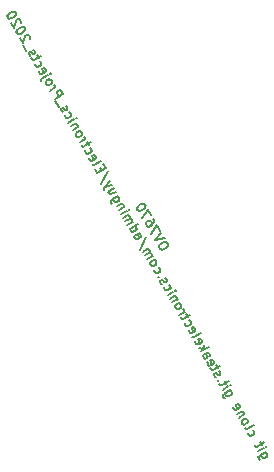
<source format=gbo>
G04 #@! TF.GenerationSoftware,KiCad,Pcbnew,5.0.2+dfsg1-1~bpo9+1*
G04 #@! TF.CreationDate,2020-03-31T02:51:35-04:00*
G04 #@! TF.ProjectId,pcb,7063622e-6b69-4636-9164-5f7063625858,rev?*
G04 #@! TF.SameCoordinates,Original*
G04 #@! TF.FileFunction,Legend,Bot*
G04 #@! TF.FilePolarity,Positive*
%FSLAX46Y46*%
G04 Gerber Fmt 4.6, Leading zero omitted, Abs format (unit mm)*
G04 Created by KiCad (PCBNEW 5.0.2+dfsg1-1~bpo9+1) date Tue 31 Mar 2020 02:51:35 AM EDT*
%MOMM*%
%LPD*%
G01*
G04 APERTURE LIST*
%ADD10C,0.152400*%
G04 APERTURE END LIST*
D10*
X145319436Y-113901416D02*
X145243245Y-113769450D01*
X145172159Y-113722514D01*
X145068080Y-113694627D01*
X144917067Y-113737826D01*
X144686127Y-113871159D01*
X144573209Y-113980341D01*
X144545321Y-114084419D01*
X144550425Y-114169450D01*
X144626615Y-114301416D01*
X144697702Y-114348351D01*
X144801780Y-114376238D01*
X144952794Y-114333039D01*
X145183734Y-114199706D01*
X145296652Y-114090524D01*
X145324539Y-113986446D01*
X145319436Y-113901416D01*
X145033721Y-113406544D02*
X144207568Y-113575604D01*
X144767055Y-112944664D01*
X144671817Y-112779706D02*
X144405150Y-112317826D01*
X143883758Y-113014749D01*
X144081340Y-111756972D02*
X144157531Y-111888937D01*
X144162635Y-111973968D01*
X144148691Y-112026007D01*
X144087812Y-112149133D01*
X143974894Y-112258315D01*
X143710962Y-112410696D01*
X143625932Y-112415799D01*
X143573893Y-112401856D01*
X143502806Y-112354920D01*
X143426615Y-112222955D01*
X143421512Y-112137924D01*
X143435455Y-112085885D01*
X143482391Y-112014798D01*
X143647348Y-111919560D01*
X143732378Y-111914456D01*
X143784417Y-111928400D01*
X143855504Y-111975336D01*
X143931695Y-112107301D01*
X143936798Y-112192332D01*
X143922855Y-112244371D01*
X143875919Y-112315458D01*
X143909912Y-111460049D02*
X143643245Y-110998168D01*
X143121853Y-111695091D01*
X143414674Y-110602271D02*
X143376579Y-110536288D01*
X143305492Y-110489353D01*
X143253453Y-110475409D01*
X143168422Y-110480513D01*
X143017409Y-110523712D01*
X142852452Y-110618950D01*
X142739534Y-110728132D01*
X142692598Y-110799219D01*
X142678654Y-110851258D01*
X142683758Y-110936288D01*
X142721853Y-111002271D01*
X142792940Y-111049206D01*
X142844979Y-111063150D01*
X142930010Y-111058046D01*
X143081023Y-111014847D01*
X143245980Y-110919609D01*
X143358898Y-110810427D01*
X143405834Y-110739341D01*
X143419778Y-110687302D01*
X143414674Y-110602271D01*
X153602997Y-131487098D02*
X153042142Y-131810908D01*
X152995207Y-131881994D01*
X152981263Y-131934033D01*
X152986367Y-132019064D01*
X153043510Y-132118038D01*
X153114597Y-132164973D01*
X153174108Y-131734717D02*
X153179212Y-131819748D01*
X153255402Y-131951713D01*
X153326489Y-131998649D01*
X153378528Y-132012593D01*
X153463559Y-132007489D01*
X153661507Y-131893203D01*
X153708443Y-131822116D01*
X153722386Y-131770077D01*
X153717283Y-131685047D01*
X153641092Y-131553081D01*
X153570005Y-131506146D01*
X152950640Y-131423850D02*
X153412521Y-131157184D01*
X153643461Y-131023850D02*
X153629517Y-131075889D01*
X153577478Y-131061946D01*
X153591422Y-131009907D01*
X153643461Y-131023850D01*
X153577478Y-131061946D01*
X153279187Y-130926244D02*
X153126806Y-130662312D01*
X153452985Y-130693936D02*
X152859139Y-131036793D01*
X152774108Y-131041897D01*
X152703021Y-130994962D01*
X152664926Y-130928979D01*
X152088394Y-129854205D02*
X152093498Y-129939235D01*
X152169688Y-130071201D01*
X152240775Y-130118136D01*
X152292814Y-130132080D01*
X152377844Y-130126976D01*
X152575793Y-130012691D01*
X152622728Y-129941604D01*
X152636672Y-129889565D01*
X152631568Y-129804534D01*
X152555378Y-129672569D01*
X152484291Y-129625633D01*
X151826831Y-129477355D02*
X151897918Y-129524290D01*
X151982948Y-129519187D01*
X152576794Y-129176329D01*
X151617307Y-129114449D02*
X151688394Y-129161385D01*
X151740433Y-129175328D01*
X151825463Y-129170225D01*
X152023412Y-129055939D01*
X152070347Y-128984852D01*
X152084291Y-128932813D01*
X152079187Y-128847783D01*
X152022044Y-128748808D01*
X151950958Y-128701873D01*
X151898919Y-128687929D01*
X151813888Y-128693033D01*
X151615940Y-128807319D01*
X151569004Y-128878405D01*
X151555060Y-128930444D01*
X151560164Y-129015475D01*
X151617307Y-129114449D01*
X151774425Y-128319919D02*
X151312545Y-128586586D01*
X151708443Y-128358015D02*
X151722386Y-128305976D01*
X151717283Y-128220945D01*
X151660140Y-128121971D01*
X151589053Y-128075036D01*
X151504023Y-128080139D01*
X151141117Y-128289663D01*
X150831251Y-127676770D02*
X150836355Y-127761800D01*
X150912545Y-127893766D01*
X150983632Y-127940701D01*
X151068662Y-127935597D01*
X151332594Y-127783216D01*
X151379529Y-127712130D01*
X151374425Y-127627099D01*
X151298235Y-127495133D01*
X151227148Y-127448198D01*
X151142118Y-127453302D01*
X151076135Y-127491397D01*
X151200628Y-127859407D01*
X150593473Y-126274450D02*
X150032618Y-126598259D01*
X149985683Y-126669346D01*
X149971739Y-126721385D01*
X149976843Y-126806416D01*
X150033986Y-126905390D01*
X150105073Y-126952325D01*
X150164584Y-126522069D02*
X150169688Y-126607100D01*
X150245879Y-126739065D01*
X150316965Y-126786001D01*
X150369004Y-126799944D01*
X150454035Y-126794841D01*
X150651983Y-126680555D01*
X150698919Y-126609468D01*
X150712863Y-126557429D01*
X150707759Y-126472399D01*
X150631568Y-126340433D01*
X150560482Y-126293498D01*
X149941117Y-126211202D02*
X150402997Y-125944536D01*
X150633937Y-125811202D02*
X150619993Y-125863241D01*
X150567954Y-125849297D01*
X150581898Y-125797258D01*
X150633937Y-125811202D01*
X150567954Y-125849297D01*
X150269664Y-125713595D02*
X150117283Y-125449664D01*
X150443461Y-125481288D02*
X149849615Y-125824145D01*
X149764584Y-125829249D01*
X149693498Y-125782313D01*
X149655402Y-125716331D01*
X149588052Y-125447295D02*
X149536013Y-125433351D01*
X149522069Y-125485390D01*
X149574108Y-125499334D01*
X149588052Y-125447295D01*
X149522069Y-125485390D01*
X149383632Y-125169420D02*
X149312545Y-125122485D01*
X149236355Y-124990519D01*
X149231251Y-124905488D01*
X149278186Y-124834402D01*
X149311178Y-124815354D01*
X149396208Y-124810250D01*
X149467295Y-124857185D01*
X149524438Y-124956160D01*
X149595524Y-125003095D01*
X149680555Y-124997991D01*
X149713546Y-124978944D01*
X149760482Y-124907857D01*
X149755378Y-124822826D01*
X149698235Y-124723852D01*
X149627148Y-124676917D01*
X149526806Y-124426929D02*
X149374425Y-124162998D01*
X149700604Y-124194621D02*
X149106758Y-124537479D01*
X149021727Y-124542582D01*
X148950640Y-124495647D01*
X148912545Y-124429664D01*
X148659822Y-123915745D02*
X148664926Y-124000775D01*
X148741117Y-124132741D01*
X148812203Y-124179676D01*
X148897234Y-124174573D01*
X149161165Y-124022192D01*
X149208101Y-123951105D01*
X149202997Y-123866075D01*
X149126806Y-123734109D01*
X149055720Y-123687174D01*
X148970689Y-123692277D01*
X148904706Y-123730373D01*
X149029200Y-124098382D01*
X148264926Y-123307955D02*
X148627832Y-123098431D01*
X148712863Y-123093328D01*
X148783949Y-123140263D01*
X148860140Y-123272229D01*
X148865244Y-123357259D01*
X148297918Y-123288908D02*
X148303021Y-123373938D01*
X148398259Y-123538895D01*
X148469346Y-123585830D01*
X148554377Y-123580727D01*
X148620360Y-123542631D01*
X148667295Y-123471545D01*
X148662191Y-123386514D01*
X148566953Y-123221557D01*
X148561849Y-123136527D01*
X148074450Y-122978041D02*
X148767270Y-122578041D01*
X148300286Y-122759677D02*
X147922069Y-122714109D01*
X148383949Y-122447442D02*
X148272399Y-122863755D01*
X147631251Y-122134207D02*
X147636355Y-122219237D01*
X147712545Y-122351203D01*
X147783632Y-122398139D01*
X147868662Y-122393035D01*
X148132594Y-122240654D01*
X148179529Y-122169567D01*
X148174425Y-122084537D01*
X148098235Y-121952571D01*
X148027148Y-121905636D01*
X147942118Y-121910739D01*
X147876135Y-121948835D01*
X148000628Y-122316844D01*
X147350640Y-121724366D02*
X147421727Y-121771301D01*
X147506758Y-121766197D01*
X148100604Y-121423340D01*
X147078870Y-121177455D02*
X147083974Y-121262486D01*
X147160164Y-121394451D01*
X147231251Y-121441387D01*
X147316281Y-121436283D01*
X147580213Y-121283902D01*
X147627148Y-121212815D01*
X147622044Y-121127785D01*
X147545854Y-120995819D01*
X147474767Y-120948884D01*
X147389737Y-120953987D01*
X147323754Y-120992083D01*
X147448247Y-121360092D01*
X146716965Y-120550618D02*
X146722069Y-120635648D01*
X146798259Y-120767614D01*
X146869346Y-120814549D01*
X146921385Y-120828493D01*
X147006416Y-120823389D01*
X147204364Y-120709104D01*
X147251300Y-120638017D01*
X147265244Y-120585978D01*
X147260140Y-120500947D01*
X147183949Y-120368981D01*
X147112863Y-120322046D01*
X147031568Y-120105050D02*
X146879187Y-119841118D01*
X147205366Y-119872742D02*
X146611520Y-120215599D01*
X146526489Y-120220703D01*
X146455402Y-120173768D01*
X146417307Y-120107785D01*
X146283974Y-119876845D02*
X146745854Y-119610178D01*
X146613888Y-119686369D02*
X146660823Y-119615282D01*
X146674767Y-119563243D01*
X146669664Y-119478213D01*
X146631568Y-119412230D01*
X145979212Y-119348982D02*
X146050299Y-119395917D01*
X146102338Y-119409861D01*
X146187368Y-119404757D01*
X146385317Y-119290471D01*
X146432252Y-119219385D01*
X146446196Y-119167346D01*
X146441092Y-119082315D01*
X146383949Y-118983341D01*
X146312863Y-118936406D01*
X146260823Y-118922462D01*
X146175793Y-118927566D01*
X145977844Y-119041851D01*
X145930909Y-119112938D01*
X145916965Y-119164977D01*
X145922069Y-119250008D01*
X145979212Y-119348982D01*
X146136330Y-118554452D02*
X145674450Y-118821119D01*
X146070347Y-118592547D02*
X146084291Y-118540508D01*
X146079187Y-118455478D01*
X146022044Y-118356503D01*
X145950958Y-118309568D01*
X145865927Y-118314672D01*
X145503021Y-118524196D01*
X145312545Y-118194281D02*
X145774425Y-117927615D01*
X146005366Y-117794281D02*
X145991422Y-117846320D01*
X145939383Y-117832377D01*
X145953326Y-117780337D01*
X146005366Y-117794281D01*
X145939383Y-117832377D01*
X144983632Y-117548396D02*
X144988736Y-117633427D01*
X145064926Y-117765393D01*
X145136013Y-117812328D01*
X145188052Y-117826272D01*
X145273082Y-117821168D01*
X145471031Y-117706882D01*
X145517966Y-117635795D01*
X145531910Y-117583756D01*
X145526806Y-117498726D01*
X145450616Y-117366760D01*
X145379529Y-117319825D01*
X144831251Y-117284465D02*
X144760164Y-117237529D01*
X144683974Y-117105564D01*
X144678870Y-117020533D01*
X144725805Y-116949446D01*
X144758797Y-116930399D01*
X144843827Y-116925295D01*
X144914914Y-116972230D01*
X144972057Y-117071205D01*
X145043143Y-117118140D01*
X145128174Y-117113036D01*
X145161165Y-117093989D01*
X145208101Y-117022902D01*
X145202997Y-116937871D01*
X145145854Y-116838897D01*
X145074767Y-116791962D01*
X144521385Y-116671571D02*
X144469346Y-116657627D01*
X144455402Y-116709666D01*
X144507441Y-116723610D01*
X144521385Y-116671571D01*
X144455402Y-116709666D01*
X144126489Y-116063781D02*
X144131593Y-116148812D01*
X144207783Y-116280778D01*
X144278870Y-116327713D01*
X144330909Y-116341657D01*
X144415940Y-116336553D01*
X144613888Y-116222267D01*
X144660823Y-116151180D01*
X144674767Y-116099141D01*
X144669664Y-116014111D01*
X144593473Y-115882145D01*
X144522386Y-115835210D01*
X143864926Y-115686932D02*
X143936013Y-115733867D01*
X143988052Y-115747811D01*
X144073082Y-115742707D01*
X144271031Y-115628421D01*
X144317966Y-115557334D01*
X144331910Y-115505295D01*
X144326806Y-115420265D01*
X144269664Y-115321291D01*
X144198577Y-115274355D01*
X144146538Y-115260411D01*
X144061507Y-115265515D01*
X143863559Y-115379801D01*
X143816623Y-115450888D01*
X143802680Y-115502927D01*
X143807783Y-115587957D01*
X143864926Y-115686932D01*
X143560164Y-115159068D02*
X144022044Y-114892402D01*
X143956062Y-114930497D02*
X143970005Y-114878458D01*
X143964902Y-114793427D01*
X143907759Y-114694453D01*
X143836672Y-114647518D01*
X143751642Y-114652622D01*
X143388736Y-114862145D01*
X143751642Y-114652622D02*
X143798577Y-114581535D01*
X143793473Y-114496504D01*
X143736330Y-114397530D01*
X143665244Y-114350595D01*
X143580213Y-114355699D01*
X143217307Y-114565222D01*
X143466928Y-113321389D02*
X142919017Y-114429520D01*
X142436355Y-113212573D02*
X142799261Y-113003049D01*
X142884291Y-112997946D01*
X142955378Y-113044881D01*
X143031568Y-113176847D01*
X143036672Y-113261877D01*
X142469346Y-113193526D02*
X142474450Y-113278556D01*
X142569688Y-113443513D01*
X142640775Y-113490449D01*
X142725805Y-113485345D01*
X142791788Y-113447250D01*
X142838723Y-113376163D01*
X142833620Y-113291132D01*
X142738382Y-113126175D01*
X142733278Y-113041145D01*
X142074450Y-112585736D02*
X142767270Y-112185736D01*
X142107441Y-112566688D02*
X142112545Y-112651719D01*
X142188736Y-112783684D01*
X142259822Y-112830620D01*
X142311861Y-112844564D01*
X142396892Y-112839460D01*
X142594841Y-112725174D01*
X142641776Y-112654087D01*
X142655720Y-112602048D01*
X142650616Y-112517018D01*
X142574425Y-112385052D01*
X142503339Y-112338117D01*
X141883974Y-112255821D02*
X142345854Y-111989155D01*
X142279871Y-112027250D02*
X142293815Y-111975211D01*
X142288711Y-111890180D01*
X142231568Y-111791206D01*
X142160482Y-111744271D01*
X142075451Y-111749375D01*
X141712545Y-111958898D01*
X142075451Y-111749375D02*
X142122386Y-111678288D01*
X142117283Y-111593257D01*
X142060140Y-111494283D01*
X141989053Y-111447348D01*
X141904023Y-111452452D01*
X141541117Y-111661975D01*
X141350640Y-111332061D02*
X141812521Y-111065394D01*
X142043461Y-110932061D02*
X142029517Y-110984100D01*
X141977478Y-110970156D01*
X141991422Y-110918117D01*
X142043461Y-110932061D01*
X141977478Y-110970156D01*
X141622044Y-110735480D02*
X141160164Y-111002147D01*
X141556062Y-110773575D02*
X141570005Y-110721536D01*
X141564902Y-110636506D01*
X141507759Y-110537531D01*
X141436672Y-110490596D01*
X141351642Y-110495700D01*
X140988736Y-110705224D01*
X141088711Y-109811719D02*
X140527857Y-110135529D01*
X140480921Y-110206616D01*
X140466977Y-110258655D01*
X140472081Y-110343685D01*
X140529224Y-110442660D01*
X140600311Y-110489595D01*
X140659822Y-110059338D02*
X140664926Y-110144369D01*
X140741117Y-110276335D01*
X140812203Y-110323270D01*
X140864242Y-110337214D01*
X140949273Y-110332110D01*
X141147222Y-110217824D01*
X141194157Y-110146738D01*
X141208101Y-110094699D01*
X141202997Y-110009668D01*
X141126806Y-109877702D01*
X141055720Y-109830767D01*
X140726806Y-109184882D02*
X140264926Y-109451549D01*
X140898235Y-109481805D02*
X140535329Y-109691329D01*
X140450299Y-109696433D01*
X140379212Y-109649497D01*
X140322069Y-109550523D01*
X140316965Y-109465492D01*
X140330909Y-109413453D01*
X140574425Y-108920950D02*
X140017307Y-109022660D01*
X140383949Y-108591036D02*
X140017307Y-109022660D01*
X139890445Y-109183881D01*
X139876501Y-109235920D01*
X139881605Y-109320950D01*
X140209786Y-107679852D02*
X139661874Y-108787984D01*
X139713546Y-107658436D02*
X139580213Y-107427495D01*
X139160164Y-107538045D02*
X139350640Y-107867959D01*
X140043461Y-107467959D01*
X139852985Y-107138045D01*
X138931593Y-107142148D02*
X139002680Y-107189083D01*
X139087710Y-107183979D01*
X139681556Y-106841122D01*
X138659822Y-106595237D02*
X138664926Y-106680267D01*
X138741117Y-106812233D01*
X138812203Y-106859168D01*
X138897234Y-106854065D01*
X139161165Y-106701684D01*
X139208101Y-106630597D01*
X139202997Y-106545566D01*
X139126806Y-106413601D01*
X139055720Y-106366665D01*
X138970689Y-106371769D01*
X138904706Y-106409864D01*
X139029200Y-106777874D01*
X138297918Y-105968399D02*
X138303021Y-106053430D01*
X138379212Y-106185396D01*
X138450299Y-106232331D01*
X138502338Y-106246275D01*
X138587368Y-106241171D01*
X138785317Y-106126885D01*
X138832252Y-106055799D01*
X138846196Y-106003760D01*
X138841092Y-105918729D01*
X138764902Y-105786763D01*
X138693815Y-105739828D01*
X138612521Y-105522832D02*
X138460140Y-105258900D01*
X138786318Y-105290524D02*
X138192472Y-105633381D01*
X138107441Y-105638485D01*
X138036355Y-105591550D01*
X137998259Y-105525567D01*
X137864926Y-105294627D02*
X138326806Y-105027960D01*
X138194841Y-105104151D02*
X138241776Y-105033064D01*
X138255720Y-104981025D01*
X138250616Y-104895994D01*
X138212521Y-104830011D01*
X137560164Y-104766764D02*
X137631251Y-104813699D01*
X137683290Y-104827643D01*
X137768321Y-104822539D01*
X137966269Y-104708253D01*
X138013204Y-104637167D01*
X138027148Y-104585127D01*
X138022044Y-104500097D01*
X137964902Y-104401123D01*
X137893815Y-104354187D01*
X137841776Y-104340244D01*
X137756745Y-104345347D01*
X137558797Y-104459633D01*
X137511861Y-104530720D01*
X137497918Y-104582759D01*
X137503021Y-104667789D01*
X137560164Y-104766764D01*
X137717283Y-103972234D02*
X137255402Y-104238901D01*
X137651300Y-104010329D02*
X137665244Y-103958290D01*
X137660140Y-103873260D01*
X137602997Y-103774285D01*
X137531910Y-103727350D01*
X137446880Y-103732454D01*
X137083974Y-103941978D01*
X136893498Y-103612063D02*
X137355378Y-103345396D01*
X137586318Y-103212063D02*
X137572374Y-103264102D01*
X137520335Y-103250158D01*
X137534279Y-103198119D01*
X137586318Y-103212063D01*
X137520335Y-103250158D01*
X136564584Y-102966178D02*
X136569688Y-103051209D01*
X136645879Y-103183174D01*
X136716965Y-103230110D01*
X136769004Y-103244053D01*
X136854035Y-103238950D01*
X137051983Y-103124664D01*
X137098919Y-103053577D01*
X137112863Y-103001538D01*
X137107759Y-102916508D01*
X137031568Y-102784542D01*
X136960482Y-102737607D01*
X136412203Y-102702246D02*
X136341117Y-102655311D01*
X136264926Y-102523345D01*
X136259822Y-102438315D01*
X136306758Y-102367228D01*
X136339749Y-102348181D01*
X136424780Y-102343077D01*
X136495866Y-102390012D01*
X136553009Y-102488986D01*
X136624096Y-102535922D01*
X136709126Y-102530818D01*
X136742118Y-102511770D01*
X136789053Y-102440684D01*
X136783949Y-102355653D01*
X136726806Y-102256679D01*
X136655720Y-102209743D01*
X136065610Y-102330501D02*
X135760848Y-101802637D01*
X135731593Y-101599585D02*
X136424413Y-101199585D01*
X136272032Y-100935653D01*
X136200946Y-100888718D01*
X136148906Y-100874774D01*
X136063876Y-100879878D01*
X135964902Y-100937021D01*
X135917966Y-101008108D01*
X135904023Y-101060147D01*
X135909126Y-101145177D01*
X136061507Y-101409109D01*
X135331593Y-100906765D02*
X135793473Y-100640098D01*
X135661507Y-100716288D02*
X135708443Y-100645202D01*
X135722386Y-100593163D01*
X135717283Y-100508132D01*
X135679187Y-100442149D01*
X135026831Y-100378902D02*
X135097918Y-100425837D01*
X135149957Y-100439781D01*
X135234987Y-100434677D01*
X135432936Y-100320391D01*
X135479871Y-100249304D01*
X135493815Y-100197265D01*
X135488711Y-100112235D01*
X135431568Y-100013261D01*
X135360482Y-99966325D01*
X135308443Y-99952381D01*
X135223412Y-99957485D01*
X135025463Y-100071771D01*
X134978528Y-100142858D01*
X134964584Y-100194897D01*
X134969688Y-100279927D01*
X135026831Y-100378902D01*
X135183949Y-99584372D02*
X134590103Y-99927229D01*
X134543168Y-99998316D01*
X134548272Y-100083346D01*
X134567319Y-100116338D01*
X135414889Y-99451038D02*
X135400946Y-99503078D01*
X135348906Y-99489134D01*
X135362850Y-99437095D01*
X135414889Y-99451038D01*
X135348906Y-99489134D01*
X134412203Y-99238145D02*
X134417307Y-99323175D01*
X134493498Y-99455141D01*
X134564584Y-99502076D01*
X134649615Y-99496973D01*
X134913546Y-99344592D01*
X134960482Y-99273505D01*
X134955378Y-99188474D01*
X134879187Y-99056509D01*
X134808101Y-99009573D01*
X134723070Y-99014677D01*
X134657087Y-99052772D01*
X134781581Y-99420782D01*
X134050299Y-98611307D02*
X134055402Y-98696338D01*
X134131593Y-98828304D01*
X134202680Y-98875239D01*
X134254719Y-98889183D01*
X134339749Y-98884079D01*
X134537698Y-98769793D01*
X134584633Y-98698707D01*
X134598577Y-98646668D01*
X134593473Y-98561637D01*
X134517283Y-98429671D01*
X134446196Y-98382736D01*
X134364902Y-98165740D02*
X134212521Y-97901808D01*
X134538699Y-97933432D02*
X133944853Y-98276289D01*
X133859822Y-98281393D01*
X133788736Y-98234458D01*
X133750640Y-98168475D01*
X133669346Y-97951479D02*
X133598259Y-97904543D01*
X133522069Y-97772578D01*
X133516965Y-97687547D01*
X133563900Y-97616460D01*
X133596892Y-97597413D01*
X133681922Y-97592309D01*
X133753009Y-97639244D01*
X133810152Y-97738218D01*
X133881239Y-97785154D01*
X133966269Y-97780050D01*
X133999261Y-97761002D01*
X134046196Y-97689916D01*
X134041092Y-97604885D01*
X133983949Y-97505911D01*
X133912863Y-97458976D01*
X133322753Y-97579733D02*
X133017991Y-97051870D01*
X133634621Y-96519904D02*
X133648565Y-96467865D01*
X133643461Y-96382834D01*
X133548223Y-96217877D01*
X133477136Y-96170942D01*
X133425097Y-96156998D01*
X133340066Y-96162102D01*
X133274084Y-96200197D01*
X133194157Y-96290331D01*
X133026831Y-96914800D01*
X132779212Y-96485911D01*
X133224413Y-95657022D02*
X133186318Y-95591040D01*
X133115231Y-95544104D01*
X133063192Y-95530160D01*
X132978162Y-95535264D01*
X132827148Y-95578463D01*
X132662191Y-95673701D01*
X132549273Y-95782883D01*
X132502338Y-95853970D01*
X132488394Y-95906009D01*
X132493498Y-95991040D01*
X132531593Y-96057022D01*
X132602680Y-96103958D01*
X132654719Y-96117902D01*
X132739749Y-96112798D01*
X132890762Y-96069599D01*
X133055720Y-95974361D01*
X133168638Y-95865179D01*
X133215573Y-95794092D01*
X133229517Y-95742053D01*
X133224413Y-95657022D01*
X132872716Y-95200246D02*
X132886660Y-95148207D01*
X132881556Y-95063176D01*
X132786318Y-94898219D01*
X132715231Y-94851284D01*
X132663192Y-94837340D01*
X132578162Y-94842444D01*
X132512179Y-94880539D01*
X132432252Y-94970673D01*
X132264926Y-95595142D01*
X132017307Y-95166253D01*
X132462508Y-94337365D02*
X132424413Y-94271382D01*
X132353326Y-94224447D01*
X132301287Y-94210503D01*
X132216257Y-94215606D01*
X132065244Y-94258806D01*
X131900286Y-94354044D01*
X131787368Y-94463226D01*
X131740433Y-94534312D01*
X131726489Y-94586351D01*
X131731593Y-94671382D01*
X131769688Y-94737365D01*
X131840775Y-94784300D01*
X131892814Y-94798244D01*
X131977844Y-94793140D01*
X132128858Y-94749941D01*
X132293815Y-94654703D01*
X132406733Y-94545521D01*
X132453668Y-94474434D01*
X132467612Y-94422395D01*
X132462508Y-94337365D01*
M02*

</source>
